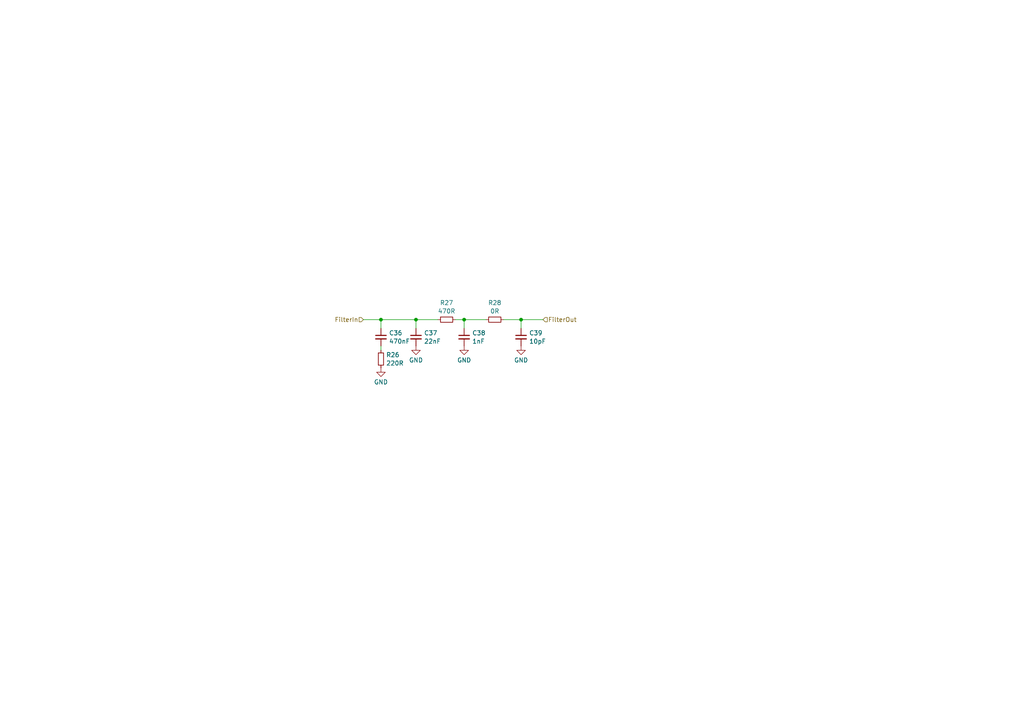
<source format=kicad_sch>
(kicad_sch (version 20230121) (generator eeschema)
  (paper "A4")
  (lib_symbols
    (symbol "Device:C_Small" (pin_numbers hide) (pin_names (offset 0.254) hide)
      (property "Reference" "C" (at 0.254 1.778 0))
      (property "Value" "C_Small" (at 0.254 -2.032 0))
      (symbol "C_Small_0_1"
        (polyline (pts (xy -1.524 -0.508) (xy 1.524 -0.508)) (stroke (width 0.3302)))
        (polyline (pts (xy -1.524 0.508) (xy 1.524 0.508)) (stroke (width 0.3048)))
      )
      (symbol "C_Small_1_1"
        (pin passive line (at 0 2.54 270) (length 2.032) (name "~") (number "1"))
        (pin passive line (at 0 -2.54 90) (length 2.032) (name "~") (number "2"))
      )
    )
    (symbol "Device:R_Small" (pin_numbers hide) (pin_names (offset 0.254) hide)
      (property "Reference" "R" (at 0.762 0.508 0))
      (property "Value" "R_Small" (at 0.762 -1.016 0))
      (symbol "R_Small_0_1"
        (rectangle (start -0.762 1.778) (end 0.762 -1.778) (stroke (width 0.2032)))
      )
      (symbol "R_Small_1_1"
        (pin passive line (at 0 2.54 270) (length 0.762) (name "~") (number "1"))
        (pin passive line (at 0 -2.54 90) (length 0.762) (name "~") (number "2"))
      )
    )
    (symbol "power:GND" (power) (pin_names (offset 0))
      (property "Value" "GND" (at 0 -3.81 0))
      (symbol "GND_0_1"
        (polyline (pts (xy 0 0) (xy 0 -1.27) (xy 1.27 -1.27) (xy 0 -2.54) (xy -1.27 -1.27) (xy 0 -1.27)))
      )
      (symbol "GND_1_1"
        (pin power_in line (at 0 0 270) (length 0) hide (name "GND") (number "1"))
      )
    )
  )
  (junction (at 134.62 92.71))
  (junction (at 120.65 92.71))
  (junction (at 151.13 92.71))
  (junction (at 110.49 92.71))
  (wire (pts (xy 120.65 95.25) (xy 120.65 92.71)))
  (wire (pts (xy 151.13 92.71) (xy 157.48 92.71)))
  (wire (pts (xy 110.49 92.71) (xy 120.65 92.71)))
  (wire (pts (xy 146.05 92.71) (xy 151.13 92.71)))
  (wire (pts (xy 110.49 100.33) (xy 110.49 101.6)))
  (wire (pts (xy 132.08 92.71) (xy 134.62 92.71)))
  (wire (pts (xy 134.62 92.71) (xy 134.62 95.25)))
  (wire (pts (xy 134.62 92.71) (xy 140.97 92.71)))
  (wire (pts (xy 105.41 92.71) (xy 110.49 92.71)))
  (wire (pts (xy 120.65 92.71) (xy 127 92.71)))
  (wire (pts (xy 110.49 92.71) (xy 110.49 95.25)))
  (wire (pts (xy 151.13 92.71) (xy 151.13 95.25)))
  (hierarchical_label "FilterOut" (shape input) (at 157.48 92.71 0))
  (hierarchical_label "FilterIn" (shape input) (at 105.41 92.71 180))
  (symbol (lib_id "Device:R_Small") (at 110.49 104.14 0) (unit 1)
    (property "Reference" "R26" (at 111.9886 102.9279 0) (effects (justify left)))
    (property "Value" "220R" (at 111.9886 105.3521 0) (effects (justify left)))
    (property "Footprint" "Capacitor_SMD:C_0603_1608Metric_Pad1.08x0.95mm_HandSolder" (effects hide))
  )
  (symbol (lib_id "power:GND") (at 120.65 100.33 0) (unit 1)
    (property "Reference" "#PWR057" (effects hide))
    (property "Value" "GND" (at 120.65 104.4631 0))
  )
  (symbol (lib_id "power:GND") (at 110.49 106.68 0) (unit 1)
    (property "Reference" "#PWR056" (effects hide))
    (property "Value" "GND" (at 110.49 110.8131 0))
  )
  (symbol (lib_id "Device:C_Small") (at 134.62 97.79 0) (unit 1)
    (property "Reference" "C38" (at 136.9441 96.5842 0) (effects (justify left)))
    (property "Value" "1nF" (at 136.9441 99.0084 0) (effects (justify left)))
    (property "Footprint" "Capacitor_SMD:C_0402_1005Metric_Pad0.74x0.62mm_HandSolder" (effects hide))
  )
  (symbol (lib_id "power:GND") (at 151.13 100.33 0) (unit 1)
    (property "Reference" "#PWR059" (effects hide))
    (property "Value" "GND" (at 151.13 104.4631 0))
  )
  (symbol (lib_id "Device:C_Small") (at 151.13 97.79 0) (unit 1)
    (property "Reference" "C39" (at 153.4541 96.5842 0) (effects (justify left)))
    (property "Value" "10pF" (at 153.4541 99.0084 0) (effects (justify left)))
    (property "Footprint" "Capacitor_SMD:C_0402_1005Metric_Pad0.74x0.62mm_HandSolder" (effects hide))
  )
  (symbol (lib_id "Device:R_Small") (at 143.51 92.71 90) (unit 1)
    (property "Reference" "R28" (at 143.51 87.8291 90))
    (property "Value" "0R" (at 143.51 90.2533 90))
    (property "Footprint" "Capacitor_SMD:C_0603_1608Metric_Pad1.08x0.95mm_HandSolder" (effects hide))
  )
  (symbol (lib_id "power:GND") (at 134.62 100.33 0) (unit 1)
    (property "Reference" "#PWR058" (effects hide))
    (property "Value" "GND" (at 134.62 104.4631 0))
  )
  (symbol (lib_id "Device:C_Small") (at 110.49 97.79 0) (unit 1)
    (property "Reference" "C36" (at 112.8141 96.5842 0) (effects (justify left)))
    (property "Value" "470nF" (at 112.8141 99.0084 0) (effects (justify left)))
    (property "Footprint" "Capacitor_SMD:C_0402_1005Metric_Pad0.74x0.62mm_HandSolder" (effects hide))
  )
  (symbol (lib_id "Device:R_Small") (at 129.54 92.71 90) (unit 1)
    (property "Reference" "R27" (at 129.54 87.8291 90))
    (property "Value" "470R" (at 129.54 90.2533 90))
    (property "Footprint" "Capacitor_SMD:C_0603_1608Metric_Pad1.08x0.95mm_HandSolder" (effects hide))
  )
  (symbol (lib_id "Device:C_Small") (at 120.65 97.79 0) (unit 1)
    (property "Reference" "C37" (at 122.9741 96.5842 0) (effects (justify left)))
    (property "Value" "22nF" (at 122.9741 99.0084 0) (effects (justify left)))
    (property "Footprint" "Capacitor_SMD:C_0402_1005Metric_Pad0.74x0.62mm_HandSolder" (effects hide))
  )
)
</source>
